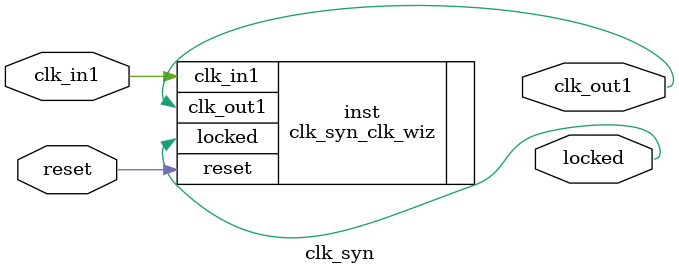
<source format=v>


`timescale 1ps/1ps

(* CORE_GENERATION_INFO = "clk_syn,clk_wiz_v5_4_3_0,{component_name=clk_syn,use_phase_alignment=true,use_min_o_jitter=false,use_max_i_jitter=false,use_dyn_phase_shift=false,use_inclk_switchover=false,use_dyn_reconfig=false,enable_axi=0,feedback_source=FDBK_AUTO,PRIMITIVE=MMCM,num_out_clk=1,clkin1_period=10.000,clkin2_period=10.000,use_power_down=false,use_reset=true,use_locked=true,use_inclk_stopped=false,feedback_type=SINGLE,CLOCK_MGR_TYPE=NA,manual_override=false}" *)

module clk_syn 
 (
  // Clock out ports
  output        clk_out1,
  // Status and control signals
  input         reset,
  output        locked,
 // Clock in ports
  input         clk_in1
 );

  clk_syn_clk_wiz inst
  (
  // Clock out ports  
  .clk_out1(clk_out1),
  // Status and control signals               
  .reset(reset), 
  .locked(locked),
 // Clock in ports
  .clk_in1(clk_in1)
  );

endmodule

</source>
